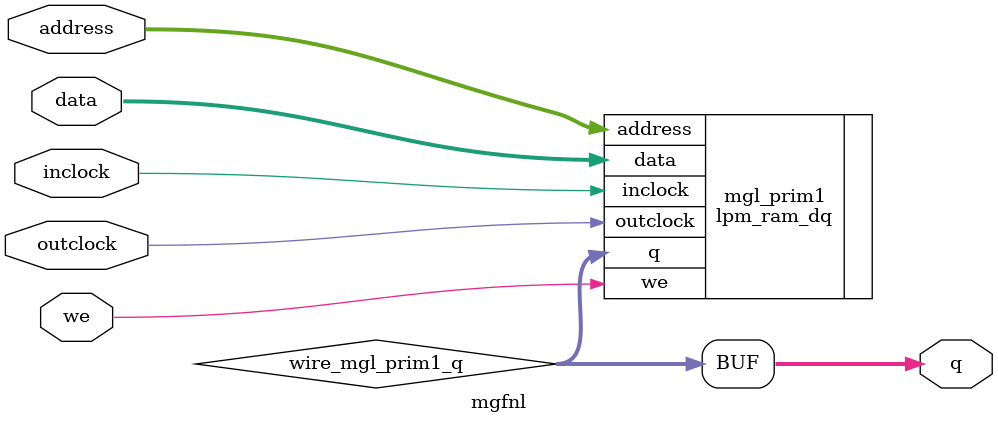
<source format=v>






//synthesis_resources = lpm_ram_dq 1 
//synopsys translate_off
`timescale 1 ps / 1 ps
//synopsys translate_on
module  mgfnl
	( 
	address,
	data,
	inclock,
	outclock,
	q,
	we) /* synthesis synthesis_clearbox=1 */;
	input   [14:0]  address;
	input   [7:0]  data;
	input   inclock;
	input   outclock;
	output   [7:0]  q;
	input   we;

	wire  [7:0]   wire_mgl_prim1_q;

	lpm_ram_dq   mgl_prim1
	( 
	.address(address),
	.data(data),
	.inclock(inclock),
	.outclock(outclock),
	.q(wire_mgl_prim1_q),
	.we(we));
	defparam
		mgl_prim1.intended_device_family = "MAX7000S",
		mgl_prim1.lpm_address_control = "REGISTERED",
		mgl_prim1.lpm_indata = "REGISTERED",
		mgl_prim1.lpm_outdata = "REGISTERED",
		mgl_prim1.lpm_width = 8,
		mgl_prim1.lpm_widthad = 15;
	assign
		q = wire_mgl_prim1_q;
endmodule //mgfnl
//VALID FILE

</source>
